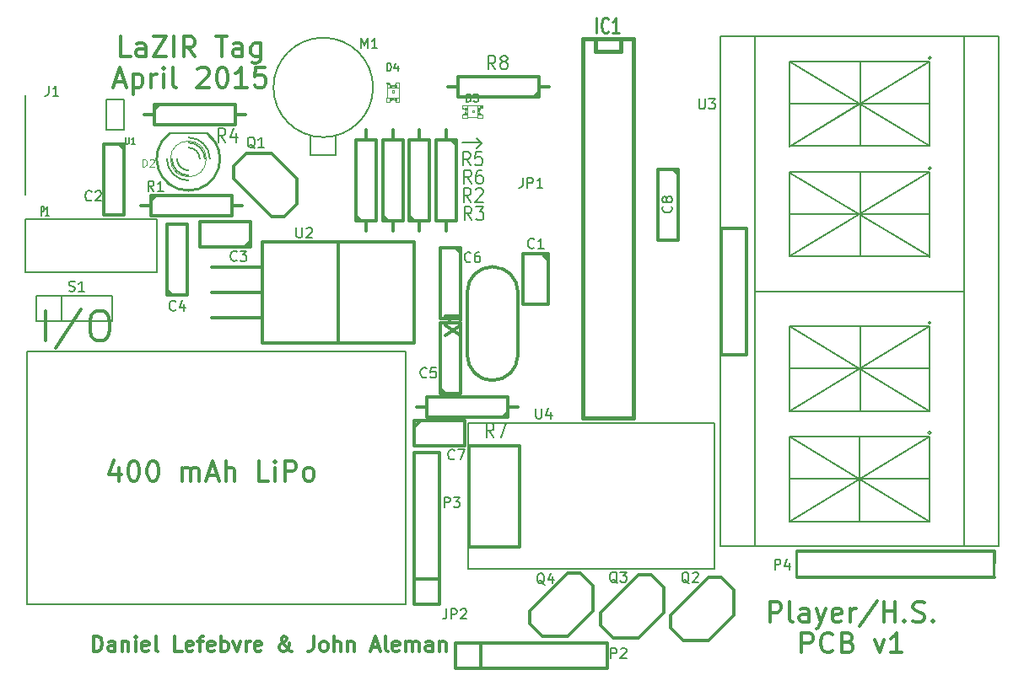
<source format=gto>
G04 (created by PCBNEW (2013-07-07 BZR 4022)-stable) date 5/1/2015 4:36:49 PM*
%MOIN*%
G04 Gerber Fmt 3.4, Leading zero omitted, Abs format*
%FSLAX34Y34*%
G01*
G70*
G90*
G04 APERTURE LIST*
%ADD10C,0.00590551*%
%ADD11C,0.00787402*%
%ADD12C,0.011811*%
%ADD13C,0.012*%
%ADD14C,0.005*%
%ADD15C,0.006*%
%ADD16C,0.008*%
%ADD17C,0.003*%
%ADD18C,0.01*%
%ADD19C,0.0026*%
%ADD20C,0.004*%
%ADD21C,0.002*%
%ADD22C,0.0125*%
%ADD23C,0.015*%
%ADD24C,0.0035*%
%ADD25C,0.01125*%
G04 APERTURE END LIST*
G54D10*
G54D11*
X33930Y-38720D02*
X33740Y-38530D01*
X33730Y-38920D02*
X33930Y-38720D01*
X33930Y-38720D02*
X33730Y-38920D01*
X33930Y-38710D02*
X33930Y-38720D01*
X33170Y-38710D02*
X33930Y-38710D01*
G54D12*
X19595Y-51563D02*
X19595Y-52088D01*
X19407Y-51263D02*
X19220Y-51826D01*
X19707Y-51826D01*
X20157Y-51301D02*
X20232Y-51301D01*
X20307Y-51338D01*
X20345Y-51376D01*
X20382Y-51451D01*
X20420Y-51601D01*
X20420Y-51788D01*
X20382Y-51938D01*
X20345Y-52013D01*
X20307Y-52051D01*
X20232Y-52088D01*
X20157Y-52088D01*
X20082Y-52051D01*
X20045Y-52013D01*
X20007Y-51938D01*
X19970Y-51788D01*
X19970Y-51601D01*
X20007Y-51451D01*
X20045Y-51376D01*
X20082Y-51338D01*
X20157Y-51301D01*
X20907Y-51301D02*
X20982Y-51301D01*
X21057Y-51338D01*
X21095Y-51376D01*
X21132Y-51451D01*
X21170Y-51601D01*
X21170Y-51788D01*
X21132Y-51938D01*
X21095Y-52013D01*
X21057Y-52051D01*
X20982Y-52088D01*
X20907Y-52088D01*
X20832Y-52051D01*
X20795Y-52013D01*
X20757Y-51938D01*
X20720Y-51788D01*
X20720Y-51601D01*
X20757Y-51451D01*
X20795Y-51376D01*
X20832Y-51338D01*
X20907Y-51301D01*
X22107Y-52088D02*
X22107Y-51563D01*
X22107Y-51638D02*
X22145Y-51601D01*
X22220Y-51563D01*
X22332Y-51563D01*
X22407Y-51601D01*
X22445Y-51676D01*
X22445Y-52088D01*
X22445Y-51676D02*
X22482Y-51601D01*
X22557Y-51563D01*
X22670Y-51563D01*
X22745Y-51601D01*
X22782Y-51676D01*
X22782Y-52088D01*
X23120Y-51863D02*
X23494Y-51863D01*
X23045Y-52088D02*
X23307Y-51301D01*
X23569Y-52088D01*
X23832Y-52088D02*
X23832Y-51301D01*
X24169Y-52088D02*
X24169Y-51676D01*
X24132Y-51601D01*
X24057Y-51563D01*
X23944Y-51563D01*
X23869Y-51601D01*
X23832Y-51638D01*
X25519Y-52088D02*
X25144Y-52088D01*
X25144Y-51301D01*
X25782Y-52088D02*
X25782Y-51563D01*
X25782Y-51301D02*
X25744Y-51338D01*
X25782Y-51376D01*
X25819Y-51338D01*
X25782Y-51301D01*
X25782Y-51376D01*
X26157Y-52088D02*
X26157Y-51301D01*
X26457Y-51301D01*
X26532Y-51338D01*
X26569Y-51376D01*
X26607Y-51451D01*
X26607Y-51563D01*
X26569Y-51638D01*
X26532Y-51676D01*
X26457Y-51713D01*
X26157Y-51713D01*
X27057Y-52088D02*
X26982Y-52051D01*
X26944Y-52013D01*
X26907Y-51938D01*
X26907Y-51713D01*
X26944Y-51638D01*
X26982Y-51601D01*
X27057Y-51563D01*
X27169Y-51563D01*
X27244Y-51601D01*
X27281Y-51638D01*
X27319Y-51713D01*
X27319Y-51938D01*
X27281Y-52013D01*
X27244Y-52051D01*
X27169Y-52088D01*
X27057Y-52088D01*
G54D11*
X30940Y-46950D02*
X30940Y-56950D01*
X15960Y-46950D02*
X30940Y-46950D01*
X30940Y-56950D02*
X30940Y-46960D01*
X15960Y-56950D02*
X30940Y-56950D01*
X15960Y-46950D02*
X15960Y-56950D01*
G54D12*
X16712Y-46538D02*
X16712Y-45356D01*
X18118Y-45300D02*
X17106Y-46819D01*
X18737Y-45356D02*
X18962Y-45356D01*
X19074Y-45413D01*
X19187Y-45525D01*
X19243Y-45750D01*
X19243Y-46144D01*
X19187Y-46369D01*
X19074Y-46481D01*
X18962Y-46538D01*
X18737Y-46538D01*
X18624Y-46481D01*
X18512Y-46369D01*
X18456Y-46144D01*
X18456Y-45750D01*
X18512Y-45525D01*
X18624Y-45413D01*
X18737Y-45356D01*
X45325Y-57658D02*
X45325Y-56871D01*
X45625Y-56871D01*
X45700Y-56908D01*
X45737Y-56946D01*
X45775Y-57021D01*
X45775Y-57133D01*
X45737Y-57208D01*
X45700Y-57246D01*
X45625Y-57283D01*
X45325Y-57283D01*
X46225Y-57658D02*
X46150Y-57621D01*
X46112Y-57546D01*
X46112Y-56871D01*
X46862Y-57658D02*
X46862Y-57246D01*
X46825Y-57171D01*
X46750Y-57133D01*
X46600Y-57133D01*
X46525Y-57171D01*
X46862Y-57621D02*
X46787Y-57658D01*
X46600Y-57658D01*
X46525Y-57621D01*
X46487Y-57546D01*
X46487Y-57471D01*
X46525Y-57396D01*
X46600Y-57358D01*
X46787Y-57358D01*
X46862Y-57321D01*
X47162Y-57133D02*
X47350Y-57658D01*
X47537Y-57133D02*
X47350Y-57658D01*
X47275Y-57846D01*
X47237Y-57883D01*
X47162Y-57921D01*
X48137Y-57621D02*
X48062Y-57658D01*
X47912Y-57658D01*
X47837Y-57621D01*
X47800Y-57546D01*
X47800Y-57246D01*
X47837Y-57171D01*
X47912Y-57133D01*
X48062Y-57133D01*
X48137Y-57171D01*
X48175Y-57246D01*
X48175Y-57321D01*
X47800Y-57396D01*
X48512Y-57658D02*
X48512Y-57133D01*
X48512Y-57283D02*
X48550Y-57208D01*
X48587Y-57171D01*
X48662Y-57133D01*
X48737Y-57133D01*
X49562Y-56833D02*
X48887Y-57846D01*
X49824Y-57658D02*
X49824Y-56871D01*
X49824Y-57246D02*
X50274Y-57246D01*
X50274Y-57658D02*
X50274Y-56871D01*
X50649Y-57583D02*
X50687Y-57621D01*
X50649Y-57658D01*
X50612Y-57621D01*
X50649Y-57583D01*
X50649Y-57658D01*
X50987Y-57621D02*
X51099Y-57658D01*
X51287Y-57658D01*
X51362Y-57621D01*
X51399Y-57583D01*
X51437Y-57508D01*
X51437Y-57433D01*
X51399Y-57358D01*
X51362Y-57321D01*
X51287Y-57283D01*
X51137Y-57246D01*
X51062Y-57208D01*
X51024Y-57171D01*
X50987Y-57096D01*
X50987Y-57021D01*
X51024Y-56946D01*
X51062Y-56908D01*
X51137Y-56871D01*
X51324Y-56871D01*
X51437Y-56908D01*
X51774Y-57583D02*
X51812Y-57621D01*
X51774Y-57658D01*
X51737Y-57621D01*
X51774Y-57583D01*
X51774Y-57658D01*
X46581Y-58879D02*
X46581Y-58091D01*
X46881Y-58091D01*
X46956Y-58129D01*
X46993Y-58166D01*
X47031Y-58241D01*
X47031Y-58354D01*
X46993Y-58429D01*
X46956Y-58466D01*
X46881Y-58504D01*
X46581Y-58504D01*
X47818Y-58804D02*
X47781Y-58841D01*
X47668Y-58879D01*
X47593Y-58879D01*
X47481Y-58841D01*
X47406Y-58766D01*
X47368Y-58691D01*
X47331Y-58541D01*
X47331Y-58429D01*
X47368Y-58279D01*
X47406Y-58204D01*
X47481Y-58129D01*
X47593Y-58091D01*
X47668Y-58091D01*
X47781Y-58129D01*
X47818Y-58166D01*
X48418Y-58466D02*
X48531Y-58504D01*
X48568Y-58541D01*
X48606Y-58616D01*
X48606Y-58729D01*
X48568Y-58804D01*
X48531Y-58841D01*
X48456Y-58879D01*
X48156Y-58879D01*
X48156Y-58091D01*
X48418Y-58091D01*
X48493Y-58129D01*
X48531Y-58166D01*
X48568Y-58241D01*
X48568Y-58316D01*
X48531Y-58391D01*
X48493Y-58429D01*
X48418Y-58466D01*
X48156Y-58466D01*
X49468Y-58354D02*
X49656Y-58879D01*
X49843Y-58354D01*
X50555Y-58879D02*
X50106Y-58879D01*
X50331Y-58879D02*
X50331Y-58091D01*
X50256Y-58204D01*
X50181Y-58279D01*
X50106Y-58316D01*
X20059Y-35298D02*
X19684Y-35298D01*
X19684Y-34511D01*
X20658Y-35298D02*
X20658Y-34886D01*
X20621Y-34811D01*
X20546Y-34773D01*
X20396Y-34773D01*
X20321Y-34811D01*
X20658Y-35261D02*
X20583Y-35298D01*
X20396Y-35298D01*
X20321Y-35261D01*
X20284Y-35186D01*
X20284Y-35111D01*
X20321Y-35036D01*
X20396Y-34998D01*
X20583Y-34998D01*
X20658Y-34961D01*
X20958Y-34511D02*
X21483Y-34511D01*
X20958Y-35298D01*
X21483Y-35298D01*
X21783Y-35298D02*
X21783Y-34511D01*
X22608Y-35298D02*
X22346Y-34923D01*
X22158Y-35298D02*
X22158Y-34511D01*
X22458Y-34511D01*
X22533Y-34548D01*
X22571Y-34586D01*
X22608Y-34661D01*
X22608Y-34773D01*
X22571Y-34848D01*
X22533Y-34886D01*
X22458Y-34923D01*
X22158Y-34923D01*
X23433Y-34511D02*
X23883Y-34511D01*
X23658Y-35298D02*
X23658Y-34511D01*
X24483Y-35298D02*
X24483Y-34886D01*
X24445Y-34811D01*
X24371Y-34773D01*
X24221Y-34773D01*
X24146Y-34811D01*
X24483Y-35261D02*
X24408Y-35298D01*
X24221Y-35298D01*
X24146Y-35261D01*
X24108Y-35186D01*
X24108Y-35111D01*
X24146Y-35036D01*
X24221Y-34998D01*
X24408Y-34998D01*
X24483Y-34961D01*
X25195Y-34773D02*
X25195Y-35411D01*
X25158Y-35486D01*
X25120Y-35523D01*
X25045Y-35561D01*
X24933Y-35561D01*
X24858Y-35523D01*
X25195Y-35261D02*
X25120Y-35298D01*
X24970Y-35298D01*
X24895Y-35261D01*
X24858Y-35223D01*
X24820Y-35148D01*
X24820Y-34923D01*
X24858Y-34848D01*
X24895Y-34811D01*
X24970Y-34773D01*
X25120Y-34773D01*
X25195Y-34811D01*
X19459Y-36294D02*
X19834Y-36294D01*
X19384Y-36519D02*
X19646Y-35731D01*
X19909Y-36519D01*
X20171Y-35994D02*
X20171Y-36781D01*
X20171Y-36031D02*
X20246Y-35994D01*
X20396Y-35994D01*
X20471Y-36031D01*
X20508Y-36069D01*
X20546Y-36144D01*
X20546Y-36369D01*
X20508Y-36444D01*
X20471Y-36481D01*
X20396Y-36519D01*
X20246Y-36519D01*
X20171Y-36481D01*
X20883Y-36519D02*
X20883Y-35994D01*
X20883Y-36144D02*
X20921Y-36069D01*
X20958Y-36031D01*
X21033Y-35994D01*
X21108Y-35994D01*
X21371Y-36519D02*
X21371Y-35994D01*
X21371Y-35731D02*
X21333Y-35769D01*
X21371Y-35806D01*
X21408Y-35769D01*
X21371Y-35731D01*
X21371Y-35806D01*
X21858Y-36519D02*
X21783Y-36481D01*
X21746Y-36406D01*
X21746Y-35731D01*
X22721Y-35806D02*
X22758Y-35769D01*
X22833Y-35731D01*
X23021Y-35731D01*
X23096Y-35769D01*
X23133Y-35806D01*
X23171Y-35881D01*
X23171Y-35956D01*
X23133Y-36069D01*
X22683Y-36519D01*
X23171Y-36519D01*
X23658Y-35731D02*
X23733Y-35731D01*
X23808Y-35769D01*
X23846Y-35806D01*
X23883Y-35881D01*
X23921Y-36031D01*
X23921Y-36219D01*
X23883Y-36369D01*
X23846Y-36444D01*
X23808Y-36481D01*
X23733Y-36519D01*
X23658Y-36519D01*
X23583Y-36481D01*
X23546Y-36444D01*
X23508Y-36369D01*
X23471Y-36219D01*
X23471Y-36031D01*
X23508Y-35881D01*
X23546Y-35806D01*
X23583Y-35769D01*
X23658Y-35731D01*
X24670Y-36519D02*
X24221Y-36519D01*
X24445Y-36519D02*
X24445Y-35731D01*
X24371Y-35844D01*
X24296Y-35919D01*
X24221Y-35956D01*
X25383Y-35731D02*
X25008Y-35731D01*
X24970Y-36106D01*
X25008Y-36069D01*
X25083Y-36031D01*
X25270Y-36031D01*
X25345Y-36069D01*
X25383Y-36106D01*
X25420Y-36181D01*
X25420Y-36369D01*
X25383Y-36444D01*
X25345Y-36481D01*
X25270Y-36519D01*
X25083Y-36519D01*
X25008Y-36481D01*
X24970Y-36444D01*
X18609Y-58819D02*
X18609Y-58228D01*
X18750Y-58228D01*
X18834Y-58256D01*
X18891Y-58312D01*
X18919Y-58369D01*
X18947Y-58481D01*
X18947Y-58565D01*
X18919Y-58678D01*
X18891Y-58734D01*
X18834Y-58790D01*
X18750Y-58819D01*
X18609Y-58819D01*
X19453Y-58819D02*
X19453Y-58509D01*
X19425Y-58453D01*
X19369Y-58425D01*
X19256Y-58425D01*
X19200Y-58453D01*
X19453Y-58790D02*
X19397Y-58819D01*
X19256Y-58819D01*
X19200Y-58790D01*
X19172Y-58734D01*
X19172Y-58678D01*
X19200Y-58622D01*
X19256Y-58594D01*
X19397Y-58594D01*
X19453Y-58565D01*
X19734Y-58425D02*
X19734Y-58819D01*
X19734Y-58481D02*
X19762Y-58453D01*
X19819Y-58425D01*
X19903Y-58425D01*
X19959Y-58453D01*
X19987Y-58509D01*
X19987Y-58819D01*
X20269Y-58819D02*
X20269Y-58425D01*
X20269Y-58228D02*
X20240Y-58256D01*
X20269Y-58284D01*
X20297Y-58256D01*
X20269Y-58228D01*
X20269Y-58284D01*
X20775Y-58790D02*
X20719Y-58819D01*
X20606Y-58819D01*
X20550Y-58790D01*
X20522Y-58734D01*
X20522Y-58509D01*
X20550Y-58453D01*
X20606Y-58425D01*
X20719Y-58425D01*
X20775Y-58453D01*
X20803Y-58509D01*
X20803Y-58565D01*
X20522Y-58622D01*
X21140Y-58819D02*
X21084Y-58790D01*
X21056Y-58734D01*
X21056Y-58228D01*
X22096Y-58819D02*
X21815Y-58819D01*
X21815Y-58228D01*
X22518Y-58790D02*
X22462Y-58819D01*
X22350Y-58819D01*
X22293Y-58790D01*
X22265Y-58734D01*
X22265Y-58509D01*
X22293Y-58453D01*
X22350Y-58425D01*
X22462Y-58425D01*
X22518Y-58453D01*
X22546Y-58509D01*
X22546Y-58565D01*
X22265Y-58622D01*
X22715Y-58425D02*
X22940Y-58425D01*
X22800Y-58819D02*
X22800Y-58312D01*
X22828Y-58256D01*
X22884Y-58228D01*
X22940Y-58228D01*
X23362Y-58790D02*
X23306Y-58819D01*
X23193Y-58819D01*
X23137Y-58790D01*
X23109Y-58734D01*
X23109Y-58509D01*
X23137Y-58453D01*
X23193Y-58425D01*
X23306Y-58425D01*
X23362Y-58453D01*
X23390Y-58509D01*
X23390Y-58565D01*
X23109Y-58622D01*
X23643Y-58819D02*
X23643Y-58228D01*
X23643Y-58453D02*
X23699Y-58425D01*
X23812Y-58425D01*
X23868Y-58453D01*
X23896Y-58481D01*
X23924Y-58537D01*
X23924Y-58706D01*
X23896Y-58762D01*
X23868Y-58790D01*
X23812Y-58819D01*
X23699Y-58819D01*
X23643Y-58790D01*
X24121Y-58425D02*
X24262Y-58819D01*
X24402Y-58425D01*
X24627Y-58819D02*
X24627Y-58425D01*
X24627Y-58537D02*
X24656Y-58481D01*
X24684Y-58453D01*
X24740Y-58425D01*
X24796Y-58425D01*
X25218Y-58790D02*
X25162Y-58819D01*
X25049Y-58819D01*
X24993Y-58790D01*
X24965Y-58734D01*
X24965Y-58509D01*
X24993Y-58453D01*
X25049Y-58425D01*
X25162Y-58425D01*
X25218Y-58453D01*
X25246Y-58509D01*
X25246Y-58565D01*
X24965Y-58622D01*
X26427Y-58819D02*
X26399Y-58819D01*
X26343Y-58790D01*
X26258Y-58706D01*
X26118Y-58537D01*
X26062Y-58453D01*
X26034Y-58369D01*
X26034Y-58312D01*
X26062Y-58256D01*
X26118Y-58228D01*
X26146Y-58228D01*
X26202Y-58256D01*
X26230Y-58312D01*
X26230Y-58340D01*
X26202Y-58397D01*
X26174Y-58425D01*
X26005Y-58537D01*
X25977Y-58565D01*
X25949Y-58622D01*
X25949Y-58706D01*
X25977Y-58762D01*
X26005Y-58790D01*
X26062Y-58819D01*
X26146Y-58819D01*
X26202Y-58790D01*
X26230Y-58762D01*
X26315Y-58650D01*
X26343Y-58565D01*
X26343Y-58509D01*
X27299Y-58228D02*
X27299Y-58650D01*
X27271Y-58734D01*
X27215Y-58790D01*
X27130Y-58819D01*
X27074Y-58819D01*
X27665Y-58819D02*
X27608Y-58790D01*
X27580Y-58762D01*
X27552Y-58706D01*
X27552Y-58537D01*
X27580Y-58481D01*
X27608Y-58453D01*
X27665Y-58425D01*
X27749Y-58425D01*
X27805Y-58453D01*
X27833Y-58481D01*
X27861Y-58537D01*
X27861Y-58706D01*
X27833Y-58762D01*
X27805Y-58790D01*
X27749Y-58819D01*
X27665Y-58819D01*
X28114Y-58819D02*
X28114Y-58228D01*
X28368Y-58819D02*
X28368Y-58509D01*
X28339Y-58453D01*
X28283Y-58425D01*
X28199Y-58425D01*
X28143Y-58453D01*
X28114Y-58481D01*
X28649Y-58425D02*
X28649Y-58819D01*
X28649Y-58481D02*
X28677Y-58453D01*
X28733Y-58425D01*
X28818Y-58425D01*
X28874Y-58453D01*
X28902Y-58509D01*
X28902Y-58819D01*
X29605Y-58650D02*
X29886Y-58650D01*
X29549Y-58819D02*
X29746Y-58228D01*
X29942Y-58819D01*
X30224Y-58819D02*
X30167Y-58790D01*
X30139Y-58734D01*
X30139Y-58228D01*
X30674Y-58790D02*
X30617Y-58819D01*
X30505Y-58819D01*
X30449Y-58790D01*
X30420Y-58734D01*
X30420Y-58509D01*
X30449Y-58453D01*
X30505Y-58425D01*
X30617Y-58425D01*
X30674Y-58453D01*
X30702Y-58509D01*
X30702Y-58565D01*
X30420Y-58622D01*
X30955Y-58819D02*
X30955Y-58425D01*
X30955Y-58481D02*
X30983Y-58453D01*
X31039Y-58425D01*
X31123Y-58425D01*
X31180Y-58453D01*
X31208Y-58509D01*
X31208Y-58819D01*
X31208Y-58509D02*
X31236Y-58453D01*
X31292Y-58425D01*
X31377Y-58425D01*
X31433Y-58453D01*
X31461Y-58509D01*
X31461Y-58819D01*
X31995Y-58819D02*
X31995Y-58509D01*
X31967Y-58453D01*
X31911Y-58425D01*
X31798Y-58425D01*
X31742Y-58453D01*
X31995Y-58790D02*
X31939Y-58819D01*
X31798Y-58819D01*
X31742Y-58790D01*
X31714Y-58734D01*
X31714Y-58678D01*
X31742Y-58622D01*
X31798Y-58594D01*
X31939Y-58594D01*
X31995Y-58565D01*
X32276Y-58425D02*
X32276Y-58819D01*
X32276Y-58481D02*
X32305Y-58453D01*
X32361Y-58425D01*
X32445Y-58425D01*
X32501Y-58453D01*
X32530Y-58509D01*
X32530Y-58819D01*
G54D13*
X24130Y-40120D02*
X25630Y-41620D01*
X25630Y-41620D02*
X26130Y-41620D01*
X26130Y-41620D02*
X26630Y-41120D01*
X26630Y-41120D02*
X26630Y-40120D01*
X26630Y-40120D02*
X25630Y-39120D01*
X25630Y-39120D02*
X24630Y-39120D01*
X24630Y-39120D02*
X24130Y-39620D01*
X24130Y-39620D02*
X24130Y-40120D01*
X23280Y-43630D02*
X25280Y-43630D01*
X23280Y-44630D02*
X25280Y-44630D01*
X23280Y-45630D02*
X25280Y-45630D01*
X25280Y-46630D02*
X31280Y-46630D01*
X31280Y-46630D02*
X31280Y-42630D01*
X31280Y-42630D02*
X25280Y-42630D01*
X25280Y-42630D02*
X25280Y-46630D01*
X28280Y-46130D02*
X28280Y-42630D01*
X28280Y-46130D02*
X28280Y-46630D01*
G54D14*
X19790Y-38190D02*
X19090Y-38190D01*
X19090Y-38190D02*
X19090Y-36990D01*
X19090Y-36990D02*
X19790Y-36990D01*
X19790Y-36990D02*
X19790Y-38190D01*
G54D10*
X27680Y-39197D02*
X28172Y-39197D01*
X28172Y-39197D02*
X28172Y-38429D01*
X28172Y-38429D02*
X28172Y-39197D01*
X28172Y-39197D02*
X27187Y-39197D01*
X27187Y-39197D02*
X27187Y-38429D01*
X29648Y-36520D02*
G75*
G03X29648Y-36520I-1968J0D01*
G74*
G01*
G54D13*
X32540Y-38180D02*
X32540Y-38580D01*
X32540Y-38580D02*
X32940Y-38580D01*
X32940Y-38580D02*
X32940Y-41780D01*
X32940Y-41780D02*
X32140Y-41780D01*
X32140Y-41780D02*
X32140Y-38580D01*
X32140Y-38580D02*
X32540Y-38580D01*
X32740Y-38580D02*
X32940Y-38780D01*
X32540Y-42180D02*
X32540Y-41780D01*
X30430Y-42180D02*
X30430Y-41780D01*
X30430Y-41780D02*
X30030Y-41780D01*
X30030Y-41780D02*
X30030Y-38580D01*
X30030Y-38580D02*
X30830Y-38580D01*
X30830Y-38580D02*
X30830Y-41780D01*
X30830Y-41780D02*
X30430Y-41780D01*
X30230Y-41780D02*
X30030Y-41580D01*
X30430Y-38180D02*
X30430Y-38580D01*
X29380Y-42180D02*
X29380Y-41780D01*
X29380Y-41780D02*
X28980Y-41780D01*
X28980Y-41780D02*
X28980Y-38580D01*
X28980Y-38580D02*
X29780Y-38580D01*
X29780Y-38580D02*
X29780Y-41780D01*
X29780Y-41780D02*
X29380Y-41780D01*
X29180Y-41780D02*
X28980Y-41580D01*
X29380Y-38180D02*
X29380Y-38580D01*
X35380Y-49170D02*
X34980Y-49170D01*
X34980Y-49170D02*
X34980Y-49570D01*
X34980Y-49570D02*
X31780Y-49570D01*
X31780Y-49570D02*
X31780Y-48770D01*
X31780Y-48770D02*
X34980Y-48770D01*
X34980Y-48770D02*
X34980Y-49170D01*
X34980Y-49370D02*
X34780Y-49570D01*
X31380Y-49170D02*
X31780Y-49170D01*
X31470Y-42180D02*
X31470Y-41780D01*
X31470Y-41780D02*
X31070Y-41780D01*
X31070Y-41780D02*
X31070Y-38580D01*
X31070Y-38580D02*
X31870Y-38580D01*
X31870Y-38580D02*
X31870Y-41780D01*
X31870Y-41780D02*
X31470Y-41780D01*
X31270Y-41780D02*
X31070Y-41580D01*
X31470Y-38180D02*
X31470Y-38580D01*
X20480Y-41180D02*
X20880Y-41180D01*
X20880Y-41180D02*
X20880Y-40780D01*
X20880Y-40780D02*
X24080Y-40780D01*
X24080Y-40780D02*
X24080Y-41580D01*
X24080Y-41580D02*
X20880Y-41580D01*
X20880Y-41580D02*
X20880Y-41180D01*
X20880Y-40980D02*
X21080Y-40780D01*
X24480Y-41180D02*
X24080Y-41180D01*
X20600Y-37590D02*
X21000Y-37590D01*
X21000Y-37590D02*
X21000Y-37190D01*
X21000Y-37190D02*
X24200Y-37190D01*
X24200Y-37190D02*
X24200Y-37990D01*
X24200Y-37990D02*
X21000Y-37990D01*
X21000Y-37990D02*
X21000Y-37590D01*
X21000Y-37390D02*
X21200Y-37190D01*
X24600Y-37590D02*
X24200Y-37590D01*
G54D15*
X16340Y-45770D02*
X16340Y-44770D01*
X16340Y-44770D02*
X19340Y-44770D01*
X19340Y-44770D02*
X19340Y-45770D01*
X19340Y-45770D02*
X16340Y-45770D01*
X17340Y-44770D02*
X17340Y-45770D01*
G54D13*
X32890Y-59490D02*
X32890Y-58490D01*
X32890Y-58490D02*
X38890Y-58490D01*
X38890Y-58490D02*
X38890Y-59490D01*
X38890Y-59490D02*
X32890Y-59490D01*
X33890Y-59490D02*
X33890Y-58490D01*
G54D10*
X15899Y-38809D02*
X15899Y-36831D01*
X15899Y-38800D02*
X15899Y-40768D01*
G54D16*
X23100Y-38330D02*
X21600Y-38330D01*
G54D17*
X23057Y-39350D02*
G75*
G03X23057Y-39350I-707J0D01*
G74*
G01*
G54D18*
X21599Y-38350D02*
G75*
G03X23100Y-38350I750J-999D01*
G74*
G01*
G54D15*
X21900Y-39350D02*
G75*
G03X22350Y-39800I450J0D01*
G74*
G01*
X22800Y-39350D02*
G75*
G03X22350Y-38900I-450J0D01*
G74*
G01*
X21700Y-39350D02*
G75*
G03X22350Y-40000I650J0D01*
G74*
G01*
X23000Y-39350D02*
G75*
G03X22350Y-38700I-650J0D01*
G74*
G01*
X21500Y-39350D02*
G75*
G03X22350Y-40200I850J0D01*
G74*
G01*
X23200Y-39350D02*
G75*
G03X22350Y-38500I-850J0D01*
G74*
G01*
G54D19*
X30548Y-36524D02*
X30676Y-36524D01*
X30676Y-36524D02*
X30676Y-36327D01*
X30548Y-36327D02*
X30676Y-36327D01*
X30548Y-36524D02*
X30548Y-36327D01*
X30303Y-36524D02*
X30362Y-36524D01*
X30362Y-36524D02*
X30362Y-36425D01*
X30303Y-36425D02*
X30362Y-36425D01*
X30303Y-36524D02*
X30303Y-36425D01*
X30498Y-36524D02*
X30557Y-36524D01*
X30557Y-36524D02*
X30557Y-36425D01*
X30498Y-36425D02*
X30557Y-36425D01*
X30498Y-36524D02*
X30498Y-36425D01*
X30352Y-36524D02*
X30508Y-36524D01*
X30508Y-36524D02*
X30508Y-36455D01*
X30352Y-36455D02*
X30508Y-36455D01*
X30352Y-36524D02*
X30352Y-36455D01*
X30548Y-37113D02*
X30676Y-37113D01*
X30676Y-37113D02*
X30676Y-36916D01*
X30548Y-36916D02*
X30676Y-36916D01*
X30548Y-37113D02*
X30548Y-36916D01*
X30184Y-37113D02*
X30312Y-37113D01*
X30312Y-37113D02*
X30312Y-36916D01*
X30184Y-36916D02*
X30312Y-36916D01*
X30184Y-37113D02*
X30184Y-36916D01*
X30498Y-37015D02*
X30557Y-37015D01*
X30557Y-37015D02*
X30557Y-36916D01*
X30498Y-36916D02*
X30557Y-36916D01*
X30498Y-37015D02*
X30498Y-36916D01*
X30303Y-37015D02*
X30362Y-37015D01*
X30362Y-37015D02*
X30362Y-36916D01*
X30303Y-36916D02*
X30362Y-36916D01*
X30303Y-37015D02*
X30303Y-36916D01*
X30352Y-36985D02*
X30508Y-36985D01*
X30508Y-36985D02*
X30508Y-36916D01*
X30352Y-36916D02*
X30508Y-36916D01*
X30352Y-36985D02*
X30352Y-36916D01*
X30391Y-36720D02*
X30469Y-36720D01*
X30469Y-36720D02*
X30469Y-36642D01*
X30391Y-36642D02*
X30469Y-36642D01*
X30391Y-36720D02*
X30391Y-36642D01*
X30194Y-36524D02*
X30312Y-36524D01*
X30312Y-36524D02*
X30312Y-36406D01*
X30194Y-36406D02*
X30312Y-36406D01*
X30194Y-36524D02*
X30194Y-36406D01*
X30184Y-36356D02*
X30273Y-36356D01*
X30273Y-36356D02*
X30273Y-36327D01*
X30184Y-36327D02*
X30273Y-36327D01*
X30184Y-36356D02*
X30184Y-36327D01*
G54D20*
X30656Y-36514D02*
X30656Y-36926D01*
X30204Y-36916D02*
X30204Y-36356D01*
G54D21*
X30281Y-36386D02*
G75*
G03X30281Y-36386I-28J0D01*
G74*
G01*
G54D20*
X30293Y-36327D02*
G75*
G03X30567Y-36327I137J0D01*
G74*
G01*
X30567Y-37113D02*
G75*
G03X30293Y-37113I-137J0D01*
G74*
G01*
G54D19*
X33768Y-37590D02*
X33768Y-37718D01*
X33768Y-37718D02*
X33965Y-37718D01*
X33965Y-37590D02*
X33965Y-37718D01*
X33768Y-37590D02*
X33965Y-37590D01*
X33768Y-37345D02*
X33768Y-37404D01*
X33768Y-37404D02*
X33867Y-37404D01*
X33867Y-37345D02*
X33867Y-37404D01*
X33768Y-37345D02*
X33867Y-37345D01*
X33768Y-37540D02*
X33768Y-37599D01*
X33768Y-37599D02*
X33867Y-37599D01*
X33867Y-37540D02*
X33867Y-37599D01*
X33768Y-37540D02*
X33867Y-37540D01*
X33768Y-37394D02*
X33768Y-37550D01*
X33768Y-37550D02*
X33837Y-37550D01*
X33837Y-37394D02*
X33837Y-37550D01*
X33768Y-37394D02*
X33837Y-37394D01*
X33179Y-37590D02*
X33179Y-37718D01*
X33179Y-37718D02*
X33376Y-37718D01*
X33376Y-37590D02*
X33376Y-37718D01*
X33179Y-37590D02*
X33376Y-37590D01*
X33179Y-37226D02*
X33179Y-37354D01*
X33179Y-37354D02*
X33376Y-37354D01*
X33376Y-37226D02*
X33376Y-37354D01*
X33179Y-37226D02*
X33376Y-37226D01*
X33277Y-37540D02*
X33277Y-37599D01*
X33277Y-37599D02*
X33376Y-37599D01*
X33376Y-37540D02*
X33376Y-37599D01*
X33277Y-37540D02*
X33376Y-37540D01*
X33277Y-37345D02*
X33277Y-37404D01*
X33277Y-37404D02*
X33376Y-37404D01*
X33376Y-37345D02*
X33376Y-37404D01*
X33277Y-37345D02*
X33376Y-37345D01*
X33307Y-37394D02*
X33307Y-37550D01*
X33307Y-37550D02*
X33376Y-37550D01*
X33376Y-37394D02*
X33376Y-37550D01*
X33307Y-37394D02*
X33376Y-37394D01*
X33572Y-37433D02*
X33572Y-37511D01*
X33572Y-37511D02*
X33650Y-37511D01*
X33650Y-37433D02*
X33650Y-37511D01*
X33572Y-37433D02*
X33650Y-37433D01*
X33768Y-37236D02*
X33768Y-37354D01*
X33768Y-37354D02*
X33886Y-37354D01*
X33886Y-37236D02*
X33886Y-37354D01*
X33768Y-37236D02*
X33886Y-37236D01*
X33936Y-37226D02*
X33936Y-37315D01*
X33936Y-37315D02*
X33965Y-37315D01*
X33965Y-37226D02*
X33965Y-37315D01*
X33936Y-37226D02*
X33965Y-37226D01*
G54D20*
X33778Y-37698D02*
X33366Y-37698D01*
X33376Y-37246D02*
X33936Y-37246D01*
G54D21*
X33934Y-37295D02*
G75*
G03X33934Y-37295I-28J0D01*
G74*
G01*
G54D20*
X33965Y-37335D02*
G75*
G03X33965Y-37609I0J-137D01*
G74*
G01*
X33179Y-37609D02*
G75*
G03X33179Y-37335I0J137D01*
G74*
G01*
G54D22*
X35370Y-47110D02*
X35370Y-44610D01*
X33370Y-47110D02*
X33370Y-44610D01*
X34370Y-43610D02*
G75*
G03X33370Y-44610I0J-1000D01*
G74*
G01*
X35370Y-44610D02*
G75*
G03X34370Y-43610I-1000J0D01*
G74*
G01*
X33370Y-47110D02*
G75*
G03X34370Y-48110I1000J0D01*
G74*
G01*
X34370Y-48110D02*
G75*
G03X35370Y-47110I0J1000D01*
G74*
G01*
G54D23*
X39940Y-34590D02*
X39940Y-49590D01*
X39940Y-49590D02*
X37940Y-49590D01*
X37940Y-49590D02*
X37940Y-34590D01*
X37940Y-34590D02*
X39940Y-34590D01*
X39440Y-34590D02*
X39440Y-35090D01*
X39440Y-35090D02*
X38440Y-35090D01*
X38440Y-35090D02*
X38440Y-34590D01*
G54D13*
X33120Y-42860D02*
X33120Y-45660D01*
X33120Y-45660D02*
X32320Y-45660D01*
X32320Y-45660D02*
X32320Y-42860D01*
X32320Y-42860D02*
X33120Y-42860D01*
X32920Y-42860D02*
X33120Y-43060D01*
X32320Y-48630D02*
X32320Y-45830D01*
X32320Y-45830D02*
X33120Y-45830D01*
X33120Y-45830D02*
X33120Y-48630D01*
X33120Y-48630D02*
X32320Y-48630D01*
X32520Y-48630D02*
X32320Y-48430D01*
X21490Y-44720D02*
X21490Y-41920D01*
X21490Y-41920D02*
X22290Y-41920D01*
X22290Y-41920D02*
X22290Y-44720D01*
X22290Y-44720D02*
X21490Y-44720D01*
X21690Y-44720D02*
X21490Y-44520D01*
X19790Y-38770D02*
X19790Y-41570D01*
X19790Y-41570D02*
X18990Y-41570D01*
X18990Y-41570D02*
X18990Y-38770D01*
X18990Y-38770D02*
X19790Y-38770D01*
X19590Y-38770D02*
X19790Y-38970D01*
X36580Y-43120D02*
X36580Y-45100D01*
X36580Y-45100D02*
X35580Y-45100D01*
X35580Y-45100D02*
X35580Y-43100D01*
X35580Y-43100D02*
X36580Y-43100D01*
X36330Y-43100D02*
X36580Y-43350D01*
X24800Y-42830D02*
X22820Y-42830D01*
X22820Y-42830D02*
X22820Y-41830D01*
X22820Y-41830D02*
X24820Y-41830D01*
X24820Y-41830D02*
X24820Y-42830D01*
X24820Y-42580D02*
X24570Y-42830D01*
X31300Y-49710D02*
X33280Y-49710D01*
X33280Y-49710D02*
X33280Y-50710D01*
X33280Y-50710D02*
X31280Y-50710D01*
X31280Y-50710D02*
X31280Y-49710D01*
X31280Y-49960D02*
X31530Y-49710D01*
G54D10*
X15900Y-43830D02*
X15900Y-41730D01*
X15900Y-43830D02*
X21100Y-43830D01*
X21100Y-41730D02*
X15900Y-41730D01*
X21100Y-41730D02*
X21100Y-43830D01*
G54D13*
X32280Y-56970D02*
X31280Y-56970D01*
X31280Y-56970D02*
X31280Y-50970D01*
X31280Y-50970D02*
X32280Y-50970D01*
X32280Y-50970D02*
X32280Y-56970D01*
X32280Y-55970D02*
X31280Y-55970D01*
G54D10*
X51665Y-35357D02*
G75*
G03X51665Y-35357I-19J0D01*
G74*
G01*
X51704Y-35357D02*
G75*
G03X51704Y-35357I-59J0D01*
G74*
G01*
X51665Y-39727D02*
G75*
G03X51665Y-39727I-19J0D01*
G74*
G01*
X51704Y-39727D02*
G75*
G03X51704Y-39727I-59J0D01*
G74*
G01*
X51665Y-45830D02*
G75*
G03X51665Y-45830I-19J0D01*
G74*
G01*
X51704Y-45830D02*
G75*
G03X51704Y-45830I-59J0D01*
G74*
G01*
X51665Y-50180D02*
G75*
G03X51665Y-50180I-19J0D01*
G74*
G01*
X51704Y-50180D02*
G75*
G03X51704Y-50180I-59J0D01*
G74*
G01*
X48890Y-38841D02*
X48890Y-35495D01*
X48890Y-41538D02*
X48890Y-43212D01*
X48890Y-43212D02*
X48890Y-39865D01*
X48890Y-47641D02*
X48890Y-49314D01*
X48890Y-49314D02*
X48890Y-45967D01*
X48870Y-52011D02*
X48870Y-50338D01*
X48870Y-50338D02*
X48870Y-53684D01*
X51626Y-50338D02*
X51626Y-53684D01*
X46114Y-53684D02*
X46114Y-50338D01*
X48870Y-52011D02*
X51606Y-52011D01*
X48870Y-52011D02*
X46114Y-52011D01*
X51626Y-50338D02*
X46114Y-53684D01*
X51626Y-53684D02*
X46114Y-50338D01*
X48870Y-41538D02*
X51626Y-41538D01*
X48870Y-41538D02*
X46114Y-41538D01*
X51626Y-39865D02*
X46114Y-43212D01*
X46114Y-43212D02*
X46114Y-39865D01*
X46114Y-39865D02*
X51626Y-39865D01*
X51626Y-43212D02*
X46114Y-39885D01*
X51626Y-43212D02*
X46114Y-43212D01*
X54382Y-54668D02*
X54382Y-34511D01*
X53004Y-34511D02*
X53004Y-54668D01*
X54382Y-54668D02*
X43358Y-54668D01*
X44736Y-54668D02*
X44736Y-34511D01*
X43358Y-54668D02*
X43358Y-34511D01*
X46134Y-50357D02*
X46114Y-50357D01*
X46114Y-50338D02*
X51626Y-50338D01*
X46114Y-53684D02*
X51626Y-53684D01*
X51626Y-45967D02*
X51626Y-49314D01*
X51626Y-49314D02*
X46114Y-45967D01*
X46114Y-45967D02*
X46114Y-49314D01*
X46114Y-49314D02*
X51626Y-49314D01*
X51626Y-49314D02*
X51626Y-45967D01*
X51626Y-45967D02*
X46114Y-49314D01*
X46114Y-49314D02*
X46114Y-47641D01*
X46114Y-47641D02*
X51626Y-47641D01*
X51626Y-35495D02*
X51626Y-38841D01*
X51626Y-38841D02*
X46114Y-35495D01*
X46114Y-35495D02*
X46114Y-38841D01*
X46114Y-38841D02*
X51626Y-38841D01*
X51626Y-38841D02*
X51626Y-35495D01*
X51626Y-35495D02*
X46114Y-38861D01*
X46114Y-38861D02*
X48870Y-37168D01*
X48870Y-37168D02*
X46114Y-37168D01*
X46114Y-37168D02*
X51626Y-37168D01*
X51626Y-39885D02*
X51626Y-43231D01*
X46114Y-45967D02*
X51626Y-45967D01*
X51626Y-35495D02*
X46114Y-35495D01*
X43358Y-54275D02*
X43358Y-54176D01*
X53004Y-44590D02*
X44736Y-44590D01*
X43358Y-34511D02*
X54382Y-34511D01*
G54D13*
X43390Y-47090D02*
X44390Y-47090D01*
X44390Y-42090D02*
X43390Y-42090D01*
X43390Y-47090D02*
X43390Y-42090D01*
X44390Y-42090D02*
X44390Y-47090D01*
G54D10*
X54185Y-54881D02*
X54177Y-55877D01*
X54158Y-54858D02*
X54158Y-54842D01*
X54158Y-54842D02*
X54158Y-55913D01*
X54225Y-54854D02*
X54221Y-55913D01*
X46362Y-54846D02*
X46370Y-55889D01*
X46421Y-54940D02*
X46421Y-54925D01*
X46421Y-54925D02*
X46421Y-55862D01*
G54D13*
X54192Y-55880D02*
X46392Y-55880D01*
X46392Y-54877D02*
X54192Y-54877D01*
G54D10*
X33408Y-55573D02*
X43152Y-55569D01*
X43152Y-55569D02*
X43152Y-49786D01*
X43152Y-49786D02*
X33408Y-49786D01*
X33408Y-49786D02*
X33408Y-55573D01*
X33408Y-52680D02*
X33408Y-49786D01*
X33408Y-49786D02*
X33408Y-55573D01*
G54D13*
X33440Y-54680D02*
X33440Y-50680D01*
X33440Y-50680D02*
X35440Y-50680D01*
X35440Y-50680D02*
X35440Y-54680D01*
X35440Y-54680D02*
X33440Y-54680D01*
X36590Y-36480D02*
X36190Y-36480D01*
X36190Y-36480D02*
X36190Y-36880D01*
X36190Y-36880D02*
X32990Y-36880D01*
X32990Y-36880D02*
X32990Y-36080D01*
X32990Y-36080D02*
X36190Y-36080D01*
X36190Y-36080D02*
X36190Y-36480D01*
X36190Y-36680D02*
X35990Y-36880D01*
X32590Y-36480D02*
X32990Y-36480D01*
X40146Y-55806D02*
X38646Y-57306D01*
X38646Y-57306D02*
X38646Y-57806D01*
X38646Y-57806D02*
X39146Y-58306D01*
X39146Y-58306D02*
X40146Y-58306D01*
X40146Y-58306D02*
X41146Y-57306D01*
X41146Y-57306D02*
X41146Y-56306D01*
X41146Y-56306D02*
X40646Y-55806D01*
X40646Y-55806D02*
X40146Y-55806D01*
X37340Y-55730D02*
X35840Y-57230D01*
X35840Y-57230D02*
X35840Y-57730D01*
X35840Y-57730D02*
X36340Y-58230D01*
X36340Y-58230D02*
X37340Y-58230D01*
X37340Y-58230D02*
X38340Y-57230D01*
X38340Y-57230D02*
X38340Y-56230D01*
X38340Y-56230D02*
X37840Y-55730D01*
X37840Y-55730D02*
X37340Y-55730D01*
X42890Y-55902D02*
X41390Y-57402D01*
X41390Y-57402D02*
X41390Y-57902D01*
X41390Y-57902D02*
X41890Y-58402D01*
X41890Y-58402D02*
X42890Y-58402D01*
X42890Y-58402D02*
X43890Y-57402D01*
X43890Y-57402D02*
X43890Y-56402D01*
X43890Y-56402D02*
X43390Y-55902D01*
X43390Y-55902D02*
X42890Y-55902D01*
X41710Y-39760D02*
X41710Y-42560D01*
X41710Y-42560D02*
X40910Y-42560D01*
X40910Y-42560D02*
X40910Y-39760D01*
X40910Y-39760D02*
X41710Y-39760D01*
X41510Y-39760D02*
X41710Y-39960D01*
G54D16*
X24981Y-38920D02*
X24943Y-38900D01*
X24905Y-38862D01*
X24848Y-38805D01*
X24810Y-38786D01*
X24772Y-38786D01*
X24791Y-38881D02*
X24753Y-38862D01*
X24715Y-38824D01*
X24696Y-38748D01*
X24696Y-38615D01*
X24715Y-38539D01*
X24753Y-38500D01*
X24791Y-38481D01*
X24867Y-38481D01*
X24905Y-38500D01*
X24943Y-38539D01*
X24962Y-38615D01*
X24962Y-38748D01*
X24943Y-38824D01*
X24905Y-38862D01*
X24867Y-38881D01*
X24791Y-38881D01*
X25343Y-38881D02*
X25115Y-38881D01*
X25229Y-38881D02*
X25229Y-38481D01*
X25191Y-38539D01*
X25153Y-38577D01*
X25115Y-38596D01*
X26615Y-42061D02*
X26615Y-42385D01*
X26634Y-42423D01*
X26653Y-42442D01*
X26691Y-42461D01*
X26767Y-42461D01*
X26805Y-42442D01*
X26824Y-42423D01*
X26843Y-42385D01*
X26843Y-42061D01*
X27015Y-42100D02*
X27034Y-42080D01*
X27072Y-42061D01*
X27167Y-42061D01*
X27205Y-42080D01*
X27224Y-42100D01*
X27243Y-42138D01*
X27243Y-42176D01*
X27224Y-42233D01*
X26996Y-42461D01*
X27243Y-42461D01*
G54D14*
X19859Y-38501D02*
X19859Y-38703D01*
X19871Y-38727D01*
X19883Y-38739D01*
X19907Y-38751D01*
X19954Y-38751D01*
X19978Y-38739D01*
X19990Y-38727D01*
X20002Y-38703D01*
X20002Y-38501D01*
X20252Y-38751D02*
X20109Y-38751D01*
X20180Y-38751D02*
X20180Y-38501D01*
X20157Y-38536D01*
X20133Y-38560D01*
X20109Y-38572D01*
G54D10*
X29165Y-34971D02*
X29165Y-34577D01*
X29296Y-34858D01*
X29427Y-34577D01*
X29427Y-34971D01*
X29821Y-34971D02*
X29596Y-34971D01*
X29708Y-34971D02*
X29708Y-34577D01*
X29671Y-34633D01*
X29633Y-34671D01*
X29596Y-34690D01*
G54D16*
X33546Y-41772D02*
X33380Y-41510D01*
X33260Y-41772D02*
X33260Y-41222D01*
X33451Y-41222D01*
X33499Y-41248D01*
X33522Y-41275D01*
X33546Y-41327D01*
X33546Y-41405D01*
X33522Y-41458D01*
X33499Y-41484D01*
X33451Y-41510D01*
X33260Y-41510D01*
X33713Y-41222D02*
X34022Y-41222D01*
X33856Y-41432D01*
X33927Y-41432D01*
X33975Y-41458D01*
X33999Y-41484D01*
X34022Y-41536D01*
X34022Y-41667D01*
X33999Y-41720D01*
X33975Y-41746D01*
X33927Y-41772D01*
X33784Y-41772D01*
X33737Y-41746D01*
X33713Y-41720D01*
X33526Y-40332D02*
X33360Y-40070D01*
X33240Y-40332D02*
X33240Y-39782D01*
X33431Y-39782D01*
X33479Y-39808D01*
X33502Y-39835D01*
X33526Y-39887D01*
X33526Y-39965D01*
X33502Y-40018D01*
X33479Y-40044D01*
X33431Y-40070D01*
X33240Y-40070D01*
X33955Y-39782D02*
X33860Y-39782D01*
X33812Y-39808D01*
X33788Y-39835D01*
X33740Y-39913D01*
X33717Y-40018D01*
X33717Y-40227D01*
X33740Y-40280D01*
X33764Y-40306D01*
X33812Y-40332D01*
X33907Y-40332D01*
X33955Y-40306D01*
X33979Y-40280D01*
X34002Y-40227D01*
X34002Y-40096D01*
X33979Y-40044D01*
X33955Y-40018D01*
X33907Y-39992D01*
X33812Y-39992D01*
X33764Y-40018D01*
X33740Y-40044D01*
X33717Y-40096D01*
X33496Y-39612D02*
X33330Y-39350D01*
X33210Y-39612D02*
X33210Y-39062D01*
X33401Y-39062D01*
X33449Y-39088D01*
X33472Y-39115D01*
X33496Y-39167D01*
X33496Y-39245D01*
X33472Y-39298D01*
X33449Y-39324D01*
X33401Y-39350D01*
X33210Y-39350D01*
X33949Y-39062D02*
X33710Y-39062D01*
X33687Y-39324D01*
X33710Y-39298D01*
X33758Y-39272D01*
X33877Y-39272D01*
X33925Y-39298D01*
X33949Y-39324D01*
X33972Y-39376D01*
X33972Y-39507D01*
X33949Y-39560D01*
X33925Y-39586D01*
X33877Y-39612D01*
X33758Y-39612D01*
X33710Y-39586D01*
X33687Y-39560D01*
X34416Y-50362D02*
X34250Y-50100D01*
X34130Y-50362D02*
X34130Y-49812D01*
X34321Y-49812D01*
X34369Y-49838D01*
X34392Y-49865D01*
X34416Y-49917D01*
X34416Y-49995D01*
X34392Y-50048D01*
X34369Y-50074D01*
X34321Y-50100D01*
X34130Y-50100D01*
X34583Y-49812D02*
X34916Y-49812D01*
X34702Y-50362D01*
X33516Y-41052D02*
X33350Y-40790D01*
X33230Y-41052D02*
X33230Y-40502D01*
X33421Y-40502D01*
X33469Y-40528D01*
X33492Y-40555D01*
X33516Y-40607D01*
X33516Y-40685D01*
X33492Y-40738D01*
X33469Y-40764D01*
X33421Y-40790D01*
X33230Y-40790D01*
X33707Y-40555D02*
X33730Y-40528D01*
X33778Y-40502D01*
X33897Y-40502D01*
X33945Y-40528D01*
X33969Y-40555D01*
X33992Y-40607D01*
X33992Y-40659D01*
X33969Y-40738D01*
X33683Y-41052D01*
X33992Y-41052D01*
X20984Y-40619D02*
X20853Y-40431D01*
X20759Y-40619D02*
X20759Y-40225D01*
X20909Y-40225D01*
X20946Y-40244D01*
X20965Y-40263D01*
X20984Y-40300D01*
X20984Y-40356D01*
X20965Y-40394D01*
X20946Y-40413D01*
X20909Y-40431D01*
X20759Y-40431D01*
X21359Y-40619D02*
X21134Y-40619D01*
X21246Y-40619D02*
X21246Y-40225D01*
X21209Y-40281D01*
X21171Y-40319D01*
X21134Y-40338D01*
X23816Y-38692D02*
X23650Y-38430D01*
X23530Y-38692D02*
X23530Y-38142D01*
X23721Y-38142D01*
X23769Y-38168D01*
X23792Y-38195D01*
X23816Y-38247D01*
X23816Y-38325D01*
X23792Y-38378D01*
X23769Y-38404D01*
X23721Y-38430D01*
X23530Y-38430D01*
X24245Y-38325D02*
X24245Y-38692D01*
X24126Y-38116D02*
X24007Y-38509D01*
X24316Y-38509D01*
G54D15*
X17635Y-44562D02*
X17692Y-44581D01*
X17787Y-44581D01*
X17825Y-44562D01*
X17844Y-44543D01*
X17863Y-44505D01*
X17863Y-44467D01*
X17844Y-44429D01*
X17825Y-44410D01*
X17787Y-44391D01*
X17711Y-44372D01*
X17673Y-44353D01*
X17654Y-44334D01*
X17635Y-44296D01*
X17635Y-44258D01*
X17654Y-44220D01*
X17673Y-44200D01*
X17711Y-44181D01*
X17806Y-44181D01*
X17863Y-44200D01*
X18244Y-44581D02*
X18016Y-44581D01*
X18130Y-44581D02*
X18130Y-44181D01*
X18092Y-44239D01*
X18054Y-44277D01*
X18016Y-44296D01*
G54D16*
X39054Y-59101D02*
X39054Y-58701D01*
X39207Y-58701D01*
X39245Y-58720D01*
X39264Y-58740D01*
X39283Y-58778D01*
X39283Y-58835D01*
X39264Y-58873D01*
X39245Y-58892D01*
X39207Y-58911D01*
X39054Y-58911D01*
X39435Y-58740D02*
X39454Y-58720D01*
X39492Y-58701D01*
X39588Y-58701D01*
X39626Y-58720D01*
X39645Y-58740D01*
X39664Y-58778D01*
X39664Y-58816D01*
X39645Y-58873D01*
X39416Y-59101D01*
X39664Y-59101D01*
G54D10*
X16828Y-36455D02*
X16828Y-36736D01*
X16810Y-36793D01*
X16772Y-36830D01*
X16716Y-36849D01*
X16678Y-36849D01*
X17222Y-36849D02*
X16997Y-36849D01*
X17109Y-36849D02*
X17109Y-36455D01*
X17072Y-36511D01*
X17034Y-36549D01*
X16997Y-36568D01*
G54D24*
X20538Y-39651D02*
X20538Y-39351D01*
X20610Y-39351D01*
X20652Y-39365D01*
X20681Y-39394D01*
X20695Y-39422D01*
X20710Y-39480D01*
X20710Y-39522D01*
X20695Y-39580D01*
X20681Y-39608D01*
X20652Y-39637D01*
X20610Y-39651D01*
X20538Y-39651D01*
X20824Y-39380D02*
X20838Y-39365D01*
X20867Y-39351D01*
X20938Y-39351D01*
X20967Y-39365D01*
X20981Y-39380D01*
X20995Y-39408D01*
X20995Y-39437D01*
X20981Y-39480D01*
X20810Y-39651D01*
X20995Y-39651D01*
G54D14*
X30194Y-35863D02*
X30194Y-35563D01*
X30266Y-35563D01*
X30308Y-35577D01*
X30337Y-35606D01*
X30351Y-35634D01*
X30366Y-35692D01*
X30366Y-35734D01*
X30351Y-35792D01*
X30337Y-35820D01*
X30308Y-35849D01*
X30266Y-35863D01*
X30194Y-35863D01*
X30623Y-35663D02*
X30623Y-35863D01*
X30551Y-35549D02*
X30480Y-35763D01*
X30666Y-35763D01*
X33350Y-37093D02*
X33350Y-36793D01*
X33422Y-36793D01*
X33464Y-36807D01*
X33493Y-36836D01*
X33507Y-36864D01*
X33522Y-36922D01*
X33522Y-36964D01*
X33507Y-37022D01*
X33493Y-37050D01*
X33464Y-37079D01*
X33422Y-37093D01*
X33350Y-37093D01*
X33622Y-36793D02*
X33807Y-36793D01*
X33707Y-36907D01*
X33750Y-36907D01*
X33779Y-36922D01*
X33793Y-36936D01*
X33807Y-36964D01*
X33807Y-37036D01*
X33793Y-37064D01*
X33779Y-37079D01*
X33750Y-37093D01*
X33664Y-37093D01*
X33636Y-37079D01*
X33622Y-37064D01*
G54D13*
X32512Y-46345D02*
X33112Y-45945D01*
X32512Y-45945D02*
X33112Y-46345D01*
X33112Y-45402D02*
X33112Y-45745D01*
X33112Y-45574D02*
X32512Y-45574D01*
X32598Y-45631D01*
X32655Y-45688D01*
X32684Y-45745D01*
G54D25*
X38476Y-34358D02*
X38476Y-33758D01*
X38948Y-34301D02*
X38926Y-34330D01*
X38862Y-34358D01*
X38819Y-34358D01*
X38755Y-34330D01*
X38712Y-34273D01*
X38691Y-34216D01*
X38669Y-34101D01*
X38669Y-34016D01*
X38691Y-33901D01*
X38712Y-33844D01*
X38755Y-33787D01*
X38819Y-33758D01*
X38862Y-33758D01*
X38926Y-33787D01*
X38948Y-33816D01*
X39376Y-34358D02*
X39119Y-34358D01*
X39248Y-34358D02*
X39248Y-33758D01*
X39205Y-33844D01*
X39162Y-33901D01*
X39119Y-33930D01*
G54D13*
G54D16*
X33505Y-43397D02*
X33486Y-43416D01*
X33429Y-43435D01*
X33391Y-43435D01*
X33333Y-43416D01*
X33295Y-43378D01*
X33276Y-43340D01*
X33257Y-43264D01*
X33257Y-43207D01*
X33276Y-43131D01*
X33295Y-43093D01*
X33333Y-43054D01*
X33391Y-43035D01*
X33429Y-43035D01*
X33486Y-43054D01*
X33505Y-43074D01*
X33848Y-43035D02*
X33772Y-43035D01*
X33733Y-43054D01*
X33714Y-43074D01*
X33676Y-43131D01*
X33657Y-43207D01*
X33657Y-43359D01*
X33676Y-43397D01*
X33695Y-43416D01*
X33733Y-43435D01*
X33810Y-43435D01*
X33848Y-43416D01*
X33867Y-43397D01*
X33886Y-43359D01*
X33886Y-43264D01*
X33867Y-43226D01*
X33848Y-43207D01*
X33810Y-43188D01*
X33733Y-43188D01*
X33695Y-43207D01*
X33676Y-43226D01*
X33657Y-43264D01*
X31769Y-47969D02*
X31750Y-47988D01*
X31693Y-48007D01*
X31655Y-48007D01*
X31597Y-47988D01*
X31559Y-47950D01*
X31540Y-47912D01*
X31521Y-47836D01*
X31521Y-47779D01*
X31540Y-47703D01*
X31559Y-47665D01*
X31597Y-47626D01*
X31655Y-47607D01*
X31693Y-47607D01*
X31750Y-47626D01*
X31769Y-47646D01*
X32131Y-47607D02*
X31940Y-47607D01*
X31921Y-47798D01*
X31940Y-47779D01*
X31978Y-47760D01*
X32074Y-47760D01*
X32112Y-47779D01*
X32131Y-47798D01*
X32150Y-47836D01*
X32150Y-47931D01*
X32131Y-47969D01*
X32112Y-47988D01*
X32074Y-48007D01*
X31978Y-48007D01*
X31940Y-47988D01*
X31921Y-47969D01*
X21843Y-45313D02*
X21824Y-45332D01*
X21767Y-45351D01*
X21729Y-45351D01*
X21671Y-45332D01*
X21633Y-45294D01*
X21614Y-45256D01*
X21595Y-45180D01*
X21595Y-45123D01*
X21614Y-45047D01*
X21633Y-45009D01*
X21671Y-44970D01*
X21729Y-44951D01*
X21767Y-44951D01*
X21824Y-44970D01*
X21843Y-44990D01*
X22186Y-45085D02*
X22186Y-45351D01*
X22090Y-44932D02*
X21995Y-45218D01*
X22243Y-45218D01*
X18523Y-40973D02*
X18504Y-40992D01*
X18447Y-41011D01*
X18409Y-41011D01*
X18351Y-40992D01*
X18313Y-40954D01*
X18294Y-40916D01*
X18275Y-40840D01*
X18275Y-40783D01*
X18294Y-40707D01*
X18313Y-40669D01*
X18351Y-40630D01*
X18409Y-40611D01*
X18447Y-40611D01*
X18504Y-40630D01*
X18523Y-40650D01*
X18675Y-40650D02*
X18694Y-40630D01*
X18732Y-40611D01*
X18828Y-40611D01*
X18866Y-40630D01*
X18885Y-40650D01*
X18904Y-40688D01*
X18904Y-40726D01*
X18885Y-40783D01*
X18656Y-41011D01*
X18904Y-41011D01*
X36011Y-42851D02*
X35992Y-42870D01*
X35935Y-42889D01*
X35897Y-42889D01*
X35839Y-42870D01*
X35801Y-42832D01*
X35782Y-42794D01*
X35763Y-42718D01*
X35763Y-42661D01*
X35782Y-42585D01*
X35801Y-42547D01*
X35839Y-42508D01*
X35897Y-42489D01*
X35935Y-42489D01*
X35992Y-42508D01*
X36011Y-42528D01*
X36392Y-42889D02*
X36163Y-42889D01*
X36278Y-42889D02*
X36278Y-42489D01*
X36239Y-42547D01*
X36201Y-42585D01*
X36163Y-42604D01*
X24263Y-43353D02*
X24244Y-43372D01*
X24187Y-43391D01*
X24149Y-43391D01*
X24091Y-43372D01*
X24053Y-43334D01*
X24034Y-43296D01*
X24015Y-43220D01*
X24015Y-43163D01*
X24034Y-43087D01*
X24053Y-43049D01*
X24091Y-43010D01*
X24149Y-42991D01*
X24187Y-42991D01*
X24244Y-43010D01*
X24263Y-43030D01*
X24396Y-42991D02*
X24644Y-42991D01*
X24510Y-43144D01*
X24568Y-43144D01*
X24606Y-43163D01*
X24625Y-43182D01*
X24644Y-43220D01*
X24644Y-43315D01*
X24625Y-43353D01*
X24606Y-43372D01*
X24568Y-43391D01*
X24453Y-43391D01*
X24415Y-43372D01*
X24396Y-43353D01*
X32863Y-51203D02*
X32844Y-51222D01*
X32787Y-51241D01*
X32749Y-51241D01*
X32691Y-51222D01*
X32653Y-51184D01*
X32634Y-51146D01*
X32615Y-51070D01*
X32615Y-51013D01*
X32634Y-50937D01*
X32653Y-50899D01*
X32691Y-50860D01*
X32749Y-50841D01*
X32787Y-50841D01*
X32844Y-50860D01*
X32863Y-50880D01*
X32996Y-50841D02*
X33263Y-50841D01*
X33091Y-51241D01*
G54D14*
X16532Y-41609D02*
X16532Y-41215D01*
X16608Y-41215D01*
X16627Y-41234D01*
X16637Y-41253D01*
X16646Y-41290D01*
X16646Y-41346D01*
X16637Y-41384D01*
X16627Y-41403D01*
X16608Y-41421D01*
X16532Y-41421D01*
X16837Y-41609D02*
X16722Y-41609D01*
X16780Y-41609D02*
X16780Y-41215D01*
X16760Y-41271D01*
X16741Y-41309D01*
X16722Y-41328D01*
G54D16*
X32464Y-53131D02*
X32464Y-52731D01*
X32617Y-52731D01*
X32655Y-52750D01*
X32674Y-52770D01*
X32693Y-52808D01*
X32693Y-52865D01*
X32674Y-52903D01*
X32655Y-52922D01*
X32617Y-52941D01*
X32464Y-52941D01*
X32826Y-52731D02*
X33074Y-52731D01*
X32940Y-52884D01*
X32998Y-52884D01*
X33036Y-52903D01*
X33055Y-52922D01*
X33074Y-52960D01*
X33074Y-53055D01*
X33055Y-53093D01*
X33036Y-53112D01*
X32998Y-53131D01*
X32883Y-53131D01*
X32845Y-53112D01*
X32826Y-53093D01*
X42535Y-36977D02*
X42535Y-37301D01*
X42554Y-37339D01*
X42573Y-37358D01*
X42611Y-37377D01*
X42687Y-37377D01*
X42725Y-37358D01*
X42744Y-37339D01*
X42763Y-37301D01*
X42763Y-36977D01*
X42916Y-36977D02*
X43163Y-36977D01*
X43030Y-37130D01*
X43087Y-37130D01*
X43125Y-37149D01*
X43144Y-37168D01*
X43163Y-37206D01*
X43163Y-37301D01*
X43144Y-37339D01*
X43125Y-37358D01*
X43087Y-37377D01*
X42973Y-37377D01*
X42935Y-37358D01*
X42916Y-37339D01*
X45526Y-55581D02*
X45526Y-55181D01*
X45679Y-55181D01*
X45717Y-55200D01*
X45736Y-55220D01*
X45755Y-55258D01*
X45755Y-55315D01*
X45736Y-55353D01*
X45717Y-55372D01*
X45679Y-55391D01*
X45526Y-55391D01*
X46098Y-55315D02*
X46098Y-55581D01*
X46002Y-55162D02*
X45907Y-55448D01*
X46155Y-55448D01*
X36081Y-49217D02*
X36081Y-49541D01*
X36100Y-49579D01*
X36119Y-49598D01*
X36157Y-49617D01*
X36233Y-49617D01*
X36271Y-49598D01*
X36290Y-49579D01*
X36309Y-49541D01*
X36309Y-49217D01*
X36671Y-49351D02*
X36671Y-49617D01*
X36576Y-49198D02*
X36481Y-49484D01*
X36728Y-49484D01*
G54D10*
X35561Y-40099D02*
X35561Y-40380D01*
X35543Y-40437D01*
X35505Y-40474D01*
X35449Y-40493D01*
X35411Y-40493D01*
X35749Y-40493D02*
X35749Y-40099D01*
X35899Y-40099D01*
X35936Y-40118D01*
X35955Y-40137D01*
X35974Y-40174D01*
X35974Y-40230D01*
X35955Y-40268D01*
X35936Y-40287D01*
X35899Y-40305D01*
X35749Y-40305D01*
X36349Y-40493D02*
X36124Y-40493D01*
X36236Y-40493D02*
X36236Y-40099D01*
X36199Y-40155D01*
X36161Y-40193D01*
X36124Y-40212D01*
X32547Y-57145D02*
X32547Y-57426D01*
X32529Y-57483D01*
X32491Y-57520D01*
X32435Y-57539D01*
X32397Y-57539D01*
X32735Y-57539D02*
X32735Y-57145D01*
X32885Y-57145D01*
X32922Y-57164D01*
X32941Y-57183D01*
X32960Y-57220D01*
X32960Y-57276D01*
X32941Y-57314D01*
X32922Y-57333D01*
X32885Y-57351D01*
X32735Y-57351D01*
X33110Y-57183D02*
X33129Y-57164D01*
X33166Y-57145D01*
X33260Y-57145D01*
X33297Y-57164D01*
X33316Y-57183D01*
X33335Y-57220D01*
X33335Y-57258D01*
X33316Y-57314D01*
X33091Y-57539D01*
X33335Y-57539D01*
G54D16*
X34486Y-35812D02*
X34320Y-35550D01*
X34200Y-35812D02*
X34200Y-35262D01*
X34391Y-35262D01*
X34439Y-35288D01*
X34462Y-35315D01*
X34486Y-35367D01*
X34486Y-35445D01*
X34462Y-35498D01*
X34439Y-35524D01*
X34391Y-35550D01*
X34200Y-35550D01*
X34772Y-35498D02*
X34724Y-35472D01*
X34700Y-35445D01*
X34677Y-35393D01*
X34677Y-35367D01*
X34700Y-35315D01*
X34724Y-35288D01*
X34772Y-35262D01*
X34867Y-35262D01*
X34915Y-35288D01*
X34939Y-35315D01*
X34962Y-35367D01*
X34962Y-35393D01*
X34939Y-35445D01*
X34915Y-35472D01*
X34867Y-35498D01*
X34772Y-35498D01*
X34724Y-35524D01*
X34700Y-35550D01*
X34677Y-35603D01*
X34677Y-35707D01*
X34700Y-35760D01*
X34724Y-35786D01*
X34772Y-35812D01*
X34867Y-35812D01*
X34915Y-35786D01*
X34939Y-35760D01*
X34962Y-35707D01*
X34962Y-35603D01*
X34939Y-35550D01*
X34915Y-35524D01*
X34867Y-35498D01*
X39307Y-56120D02*
X39269Y-56100D01*
X39231Y-56062D01*
X39174Y-56005D01*
X39136Y-55986D01*
X39098Y-55986D01*
X39117Y-56081D02*
X39079Y-56062D01*
X39041Y-56024D01*
X39022Y-55948D01*
X39022Y-55815D01*
X39041Y-55739D01*
X39079Y-55700D01*
X39117Y-55681D01*
X39193Y-55681D01*
X39231Y-55700D01*
X39269Y-55739D01*
X39288Y-55815D01*
X39288Y-55948D01*
X39269Y-56024D01*
X39231Y-56062D01*
X39193Y-56081D01*
X39117Y-56081D01*
X39422Y-55681D02*
X39669Y-55681D01*
X39536Y-55834D01*
X39593Y-55834D01*
X39631Y-55853D01*
X39650Y-55872D01*
X39669Y-55910D01*
X39669Y-56005D01*
X39650Y-56043D01*
X39631Y-56062D01*
X39593Y-56081D01*
X39479Y-56081D01*
X39441Y-56062D01*
X39422Y-56043D01*
X36427Y-56180D02*
X36389Y-56160D01*
X36351Y-56122D01*
X36294Y-56065D01*
X36256Y-56046D01*
X36218Y-56046D01*
X36237Y-56141D02*
X36199Y-56122D01*
X36161Y-56084D01*
X36142Y-56008D01*
X36142Y-55875D01*
X36161Y-55799D01*
X36199Y-55760D01*
X36237Y-55741D01*
X36313Y-55741D01*
X36351Y-55760D01*
X36389Y-55799D01*
X36408Y-55875D01*
X36408Y-56008D01*
X36389Y-56084D01*
X36351Y-56122D01*
X36313Y-56141D01*
X36237Y-56141D01*
X36751Y-55875D02*
X36751Y-56141D01*
X36656Y-55722D02*
X36561Y-56008D01*
X36808Y-56008D01*
X42141Y-56136D02*
X42103Y-56116D01*
X42065Y-56078D01*
X42008Y-56021D01*
X41970Y-56002D01*
X41932Y-56002D01*
X41951Y-56097D02*
X41913Y-56078D01*
X41875Y-56040D01*
X41856Y-55964D01*
X41856Y-55831D01*
X41875Y-55755D01*
X41913Y-55716D01*
X41951Y-55697D01*
X42027Y-55697D01*
X42065Y-55716D01*
X42103Y-55755D01*
X42122Y-55831D01*
X42122Y-55964D01*
X42103Y-56040D01*
X42065Y-56078D01*
X42027Y-56097D01*
X41951Y-56097D01*
X42275Y-55736D02*
X42294Y-55716D01*
X42332Y-55697D01*
X42427Y-55697D01*
X42465Y-55716D01*
X42484Y-55736D01*
X42503Y-55774D01*
X42503Y-55812D01*
X42484Y-55869D01*
X42256Y-56097D01*
X42503Y-56097D01*
X41433Y-41226D02*
X41452Y-41245D01*
X41471Y-41302D01*
X41471Y-41340D01*
X41452Y-41398D01*
X41414Y-41436D01*
X41376Y-41455D01*
X41300Y-41474D01*
X41243Y-41474D01*
X41167Y-41455D01*
X41129Y-41436D01*
X41090Y-41398D01*
X41071Y-41340D01*
X41071Y-41302D01*
X41090Y-41245D01*
X41110Y-41226D01*
X41243Y-40998D02*
X41224Y-41036D01*
X41205Y-41055D01*
X41167Y-41074D01*
X41148Y-41074D01*
X41110Y-41055D01*
X41090Y-41036D01*
X41071Y-40998D01*
X41071Y-40921D01*
X41090Y-40883D01*
X41110Y-40864D01*
X41148Y-40845D01*
X41167Y-40845D01*
X41205Y-40864D01*
X41224Y-40883D01*
X41243Y-40921D01*
X41243Y-40998D01*
X41262Y-41036D01*
X41281Y-41055D01*
X41319Y-41074D01*
X41395Y-41074D01*
X41433Y-41055D01*
X41452Y-41036D01*
X41471Y-40998D01*
X41471Y-40921D01*
X41452Y-40883D01*
X41433Y-40864D01*
X41395Y-40845D01*
X41319Y-40845D01*
X41281Y-40864D01*
X41262Y-40883D01*
X41243Y-40921D01*
M02*

</source>
